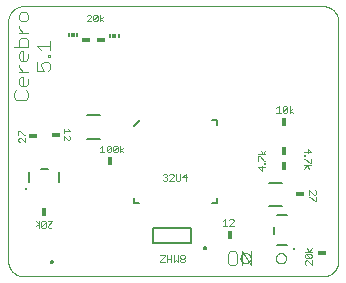
<source format=gto>
G75*
%MOIN*%
%OFA0B0*%
%FSLAX25Y25*%
%IPPOS*%
%LPD*%
%AMOC8*
5,1,8,0,0,1.08239X$1,22.5*
%
%ADD10C,0.00000*%
%ADD11C,0.00400*%
%ADD12R,0.03000X0.01800*%
%ADD13C,0.00200*%
%ADD14R,0.00591X0.01181*%
%ADD15R,0.01181X0.01181*%
%ADD16C,0.00800*%
%ADD17C,0.01000*%
%ADD18C,0.00591*%
%ADD19R,0.01800X0.03000*%
%ADD20C,0.00500*%
D10*
X0016800Y0011800D02*
X0116800Y0011800D01*
X0116940Y0011802D01*
X0117080Y0011808D01*
X0117220Y0011818D01*
X0117360Y0011831D01*
X0117499Y0011849D01*
X0117638Y0011871D01*
X0117775Y0011896D01*
X0117913Y0011925D01*
X0118049Y0011958D01*
X0118184Y0011995D01*
X0118318Y0012036D01*
X0118451Y0012081D01*
X0118583Y0012129D01*
X0118713Y0012181D01*
X0118842Y0012236D01*
X0118969Y0012295D01*
X0119095Y0012358D01*
X0119219Y0012424D01*
X0119340Y0012493D01*
X0119460Y0012566D01*
X0119578Y0012643D01*
X0119693Y0012722D01*
X0119807Y0012805D01*
X0119917Y0012891D01*
X0120026Y0012980D01*
X0120132Y0013072D01*
X0120235Y0013167D01*
X0120336Y0013264D01*
X0120433Y0013365D01*
X0120528Y0013468D01*
X0120620Y0013574D01*
X0120709Y0013683D01*
X0120795Y0013793D01*
X0120878Y0013907D01*
X0120957Y0014022D01*
X0121034Y0014140D01*
X0121107Y0014260D01*
X0121176Y0014381D01*
X0121242Y0014505D01*
X0121305Y0014631D01*
X0121364Y0014758D01*
X0121419Y0014887D01*
X0121471Y0015017D01*
X0121519Y0015149D01*
X0121564Y0015282D01*
X0121605Y0015416D01*
X0121642Y0015551D01*
X0121675Y0015687D01*
X0121704Y0015825D01*
X0121729Y0015962D01*
X0121751Y0016101D01*
X0121769Y0016240D01*
X0121782Y0016380D01*
X0121792Y0016520D01*
X0121798Y0016660D01*
X0121800Y0016800D01*
X0121800Y0096800D01*
X0121798Y0096940D01*
X0121792Y0097080D01*
X0121782Y0097220D01*
X0121769Y0097360D01*
X0121751Y0097499D01*
X0121729Y0097638D01*
X0121704Y0097775D01*
X0121675Y0097913D01*
X0121642Y0098049D01*
X0121605Y0098184D01*
X0121564Y0098318D01*
X0121519Y0098451D01*
X0121471Y0098583D01*
X0121419Y0098713D01*
X0121364Y0098842D01*
X0121305Y0098969D01*
X0121242Y0099095D01*
X0121176Y0099219D01*
X0121107Y0099340D01*
X0121034Y0099460D01*
X0120957Y0099578D01*
X0120878Y0099693D01*
X0120795Y0099807D01*
X0120709Y0099917D01*
X0120620Y0100026D01*
X0120528Y0100132D01*
X0120433Y0100235D01*
X0120336Y0100336D01*
X0120235Y0100433D01*
X0120132Y0100528D01*
X0120026Y0100620D01*
X0119917Y0100709D01*
X0119807Y0100795D01*
X0119693Y0100878D01*
X0119578Y0100957D01*
X0119460Y0101034D01*
X0119340Y0101107D01*
X0119219Y0101176D01*
X0119095Y0101242D01*
X0118969Y0101305D01*
X0118842Y0101364D01*
X0118713Y0101419D01*
X0118583Y0101471D01*
X0118451Y0101519D01*
X0118318Y0101564D01*
X0118184Y0101605D01*
X0118049Y0101642D01*
X0117913Y0101675D01*
X0117775Y0101704D01*
X0117638Y0101729D01*
X0117499Y0101751D01*
X0117360Y0101769D01*
X0117220Y0101782D01*
X0117080Y0101792D01*
X0116940Y0101798D01*
X0116800Y0101800D01*
X0016800Y0101800D01*
X0016660Y0101798D01*
X0016520Y0101792D01*
X0016380Y0101782D01*
X0016240Y0101769D01*
X0016101Y0101751D01*
X0015962Y0101729D01*
X0015825Y0101704D01*
X0015687Y0101675D01*
X0015551Y0101642D01*
X0015416Y0101605D01*
X0015282Y0101564D01*
X0015149Y0101519D01*
X0015017Y0101471D01*
X0014887Y0101419D01*
X0014758Y0101364D01*
X0014631Y0101305D01*
X0014505Y0101242D01*
X0014381Y0101176D01*
X0014260Y0101107D01*
X0014140Y0101034D01*
X0014022Y0100957D01*
X0013907Y0100878D01*
X0013793Y0100795D01*
X0013683Y0100709D01*
X0013574Y0100620D01*
X0013468Y0100528D01*
X0013365Y0100433D01*
X0013264Y0100336D01*
X0013167Y0100235D01*
X0013072Y0100132D01*
X0012980Y0100026D01*
X0012891Y0099917D01*
X0012805Y0099807D01*
X0012722Y0099693D01*
X0012643Y0099578D01*
X0012566Y0099460D01*
X0012493Y0099340D01*
X0012424Y0099219D01*
X0012358Y0099095D01*
X0012295Y0098969D01*
X0012236Y0098842D01*
X0012181Y0098713D01*
X0012129Y0098583D01*
X0012081Y0098451D01*
X0012036Y0098318D01*
X0011995Y0098184D01*
X0011958Y0098049D01*
X0011925Y0097913D01*
X0011896Y0097775D01*
X0011871Y0097638D01*
X0011849Y0097499D01*
X0011831Y0097360D01*
X0011818Y0097220D01*
X0011808Y0097080D01*
X0011802Y0096940D01*
X0011800Y0096800D01*
X0011800Y0016800D01*
X0011802Y0016660D01*
X0011808Y0016520D01*
X0011818Y0016380D01*
X0011831Y0016240D01*
X0011849Y0016101D01*
X0011871Y0015962D01*
X0011896Y0015825D01*
X0011925Y0015687D01*
X0011958Y0015551D01*
X0011995Y0015416D01*
X0012036Y0015282D01*
X0012081Y0015149D01*
X0012129Y0015017D01*
X0012181Y0014887D01*
X0012236Y0014758D01*
X0012295Y0014631D01*
X0012358Y0014505D01*
X0012424Y0014381D01*
X0012493Y0014260D01*
X0012566Y0014140D01*
X0012643Y0014022D01*
X0012722Y0013907D01*
X0012805Y0013793D01*
X0012891Y0013683D01*
X0012980Y0013574D01*
X0013072Y0013468D01*
X0013167Y0013365D01*
X0013264Y0013264D01*
X0013365Y0013167D01*
X0013468Y0013072D01*
X0013574Y0012980D01*
X0013683Y0012891D01*
X0013793Y0012805D01*
X0013907Y0012722D01*
X0014022Y0012643D01*
X0014140Y0012566D01*
X0014260Y0012493D01*
X0014381Y0012424D01*
X0014505Y0012358D01*
X0014631Y0012295D01*
X0014758Y0012236D01*
X0014887Y0012181D01*
X0015017Y0012129D01*
X0015149Y0012081D01*
X0015282Y0012036D01*
X0015416Y0011995D01*
X0015551Y0011958D01*
X0015687Y0011925D01*
X0015825Y0011896D01*
X0015962Y0011871D01*
X0016101Y0011849D01*
X0016240Y0011831D01*
X0016380Y0011818D01*
X0016520Y0011808D01*
X0016660Y0011802D01*
X0016800Y0011800D01*
X0089200Y0017800D02*
X0089202Y0017882D01*
X0089208Y0017964D01*
X0089218Y0018046D01*
X0089232Y0018127D01*
X0089249Y0018207D01*
X0089271Y0018286D01*
X0089296Y0018364D01*
X0089326Y0018441D01*
X0089358Y0018516D01*
X0089395Y0018590D01*
X0089435Y0018662D01*
X0089478Y0018732D01*
X0089525Y0018799D01*
X0089575Y0018865D01*
X0089628Y0018927D01*
X0089683Y0018987D01*
X0089742Y0019045D01*
X0089804Y0019099D01*
X0089868Y0019151D01*
X0089934Y0019199D01*
X0090003Y0019244D01*
X0090074Y0019286D01*
X0090147Y0019324D01*
X0090221Y0019359D01*
X0090297Y0019390D01*
X0090375Y0019417D01*
X0090453Y0019440D01*
X0090533Y0019460D01*
X0090614Y0019476D01*
X0090695Y0019488D01*
X0090777Y0019496D01*
X0090859Y0019500D01*
X0090941Y0019500D01*
X0091023Y0019496D01*
X0091105Y0019488D01*
X0091186Y0019476D01*
X0091267Y0019460D01*
X0091347Y0019440D01*
X0091425Y0019417D01*
X0091503Y0019390D01*
X0091579Y0019359D01*
X0091653Y0019324D01*
X0091726Y0019286D01*
X0091797Y0019244D01*
X0091866Y0019199D01*
X0091932Y0019151D01*
X0091996Y0019099D01*
X0092058Y0019045D01*
X0092117Y0018987D01*
X0092172Y0018927D01*
X0092225Y0018865D01*
X0092275Y0018799D01*
X0092322Y0018732D01*
X0092365Y0018662D01*
X0092405Y0018590D01*
X0092442Y0018516D01*
X0092474Y0018441D01*
X0092504Y0018364D01*
X0092529Y0018286D01*
X0092551Y0018207D01*
X0092568Y0018127D01*
X0092582Y0018046D01*
X0092592Y0017964D01*
X0092598Y0017882D01*
X0092600Y0017800D01*
X0092598Y0017718D01*
X0092592Y0017636D01*
X0092582Y0017554D01*
X0092568Y0017473D01*
X0092551Y0017393D01*
X0092529Y0017314D01*
X0092504Y0017236D01*
X0092474Y0017159D01*
X0092442Y0017084D01*
X0092405Y0017010D01*
X0092365Y0016938D01*
X0092322Y0016868D01*
X0092275Y0016801D01*
X0092225Y0016735D01*
X0092172Y0016673D01*
X0092117Y0016613D01*
X0092058Y0016555D01*
X0091996Y0016501D01*
X0091932Y0016449D01*
X0091866Y0016401D01*
X0091797Y0016356D01*
X0091726Y0016314D01*
X0091653Y0016276D01*
X0091579Y0016241D01*
X0091503Y0016210D01*
X0091425Y0016183D01*
X0091347Y0016160D01*
X0091267Y0016140D01*
X0091186Y0016124D01*
X0091105Y0016112D01*
X0091023Y0016104D01*
X0090941Y0016100D01*
X0090859Y0016100D01*
X0090777Y0016104D01*
X0090695Y0016112D01*
X0090614Y0016124D01*
X0090533Y0016140D01*
X0090453Y0016160D01*
X0090375Y0016183D01*
X0090297Y0016210D01*
X0090221Y0016241D01*
X0090147Y0016276D01*
X0090074Y0016314D01*
X0090003Y0016356D01*
X0089934Y0016401D01*
X0089868Y0016449D01*
X0089804Y0016501D01*
X0089742Y0016555D01*
X0089683Y0016613D01*
X0089628Y0016673D01*
X0089575Y0016735D01*
X0089525Y0016801D01*
X0089478Y0016868D01*
X0089435Y0016938D01*
X0089395Y0017010D01*
X0089358Y0017084D01*
X0089326Y0017159D01*
X0089296Y0017236D01*
X0089271Y0017314D01*
X0089249Y0017393D01*
X0089232Y0017473D01*
X0089218Y0017554D01*
X0089208Y0017636D01*
X0089202Y0017718D01*
X0089200Y0017800D01*
X0101000Y0017800D02*
X0101002Y0017882D01*
X0101008Y0017964D01*
X0101018Y0018046D01*
X0101032Y0018127D01*
X0101049Y0018207D01*
X0101071Y0018286D01*
X0101096Y0018364D01*
X0101126Y0018441D01*
X0101158Y0018516D01*
X0101195Y0018590D01*
X0101235Y0018662D01*
X0101278Y0018732D01*
X0101325Y0018799D01*
X0101375Y0018865D01*
X0101428Y0018927D01*
X0101483Y0018987D01*
X0101542Y0019045D01*
X0101604Y0019099D01*
X0101668Y0019151D01*
X0101734Y0019199D01*
X0101803Y0019244D01*
X0101874Y0019286D01*
X0101947Y0019324D01*
X0102021Y0019359D01*
X0102097Y0019390D01*
X0102175Y0019417D01*
X0102253Y0019440D01*
X0102333Y0019460D01*
X0102414Y0019476D01*
X0102495Y0019488D01*
X0102577Y0019496D01*
X0102659Y0019500D01*
X0102741Y0019500D01*
X0102823Y0019496D01*
X0102905Y0019488D01*
X0102986Y0019476D01*
X0103067Y0019460D01*
X0103147Y0019440D01*
X0103225Y0019417D01*
X0103303Y0019390D01*
X0103379Y0019359D01*
X0103453Y0019324D01*
X0103526Y0019286D01*
X0103597Y0019244D01*
X0103666Y0019199D01*
X0103732Y0019151D01*
X0103796Y0019099D01*
X0103858Y0019045D01*
X0103917Y0018987D01*
X0103972Y0018927D01*
X0104025Y0018865D01*
X0104075Y0018799D01*
X0104122Y0018732D01*
X0104165Y0018662D01*
X0104205Y0018590D01*
X0104242Y0018516D01*
X0104274Y0018441D01*
X0104304Y0018364D01*
X0104329Y0018286D01*
X0104351Y0018207D01*
X0104368Y0018127D01*
X0104382Y0018046D01*
X0104392Y0017964D01*
X0104398Y0017882D01*
X0104400Y0017800D01*
X0104398Y0017718D01*
X0104392Y0017636D01*
X0104382Y0017554D01*
X0104368Y0017473D01*
X0104351Y0017393D01*
X0104329Y0017314D01*
X0104304Y0017236D01*
X0104274Y0017159D01*
X0104242Y0017084D01*
X0104205Y0017010D01*
X0104165Y0016938D01*
X0104122Y0016868D01*
X0104075Y0016801D01*
X0104025Y0016735D01*
X0103972Y0016673D01*
X0103917Y0016613D01*
X0103858Y0016555D01*
X0103796Y0016501D01*
X0103732Y0016449D01*
X0103666Y0016401D01*
X0103597Y0016356D01*
X0103526Y0016314D01*
X0103453Y0016276D01*
X0103379Y0016241D01*
X0103303Y0016210D01*
X0103225Y0016183D01*
X0103147Y0016160D01*
X0103067Y0016140D01*
X0102986Y0016124D01*
X0102905Y0016112D01*
X0102823Y0016104D01*
X0102741Y0016100D01*
X0102659Y0016100D01*
X0102577Y0016104D01*
X0102495Y0016112D01*
X0102414Y0016124D01*
X0102333Y0016140D01*
X0102253Y0016160D01*
X0102175Y0016183D01*
X0102097Y0016210D01*
X0102021Y0016241D01*
X0101947Y0016276D01*
X0101874Y0016314D01*
X0101803Y0016356D01*
X0101734Y0016401D01*
X0101668Y0016449D01*
X0101604Y0016501D01*
X0101542Y0016555D01*
X0101483Y0016613D01*
X0101428Y0016673D01*
X0101375Y0016735D01*
X0101325Y0016801D01*
X0101278Y0016868D01*
X0101235Y0016938D01*
X0101195Y0017010D01*
X0101158Y0017084D01*
X0101126Y0017159D01*
X0101096Y0017236D01*
X0101071Y0017314D01*
X0101049Y0017393D01*
X0101032Y0017473D01*
X0101018Y0017554D01*
X0101008Y0017636D01*
X0101002Y0017718D01*
X0101000Y0017800D01*
D11*
X0092673Y0015500D02*
X0092673Y0020104D01*
X0089604Y0020104D02*
X0092673Y0015500D01*
X0089604Y0015500D02*
X0089604Y0020104D01*
X0088069Y0019337D02*
X0087302Y0020104D01*
X0085767Y0020104D01*
X0085000Y0019337D01*
X0085000Y0016267D01*
X0085767Y0015500D01*
X0087302Y0015500D01*
X0088069Y0016267D01*
X0088069Y0019337D01*
X0018350Y0071421D02*
X0018350Y0072956D01*
X0017583Y0073723D01*
X0017583Y0075257D02*
X0016048Y0075257D01*
X0015281Y0076025D01*
X0015281Y0077559D01*
X0016048Y0078327D01*
X0016815Y0078327D01*
X0016815Y0075257D01*
X0017583Y0075257D02*
X0018350Y0076025D01*
X0018350Y0077559D01*
X0018350Y0079861D02*
X0015281Y0079861D01*
X0016815Y0079861D02*
X0015281Y0081396D01*
X0015281Y0082163D01*
X0016048Y0083698D02*
X0015281Y0084465D01*
X0015281Y0086000D01*
X0016048Y0086767D01*
X0016815Y0086767D01*
X0016815Y0083698D01*
X0016048Y0083698D02*
X0017583Y0083698D01*
X0018350Y0084465D01*
X0018350Y0086000D01*
X0018350Y0088302D02*
X0018350Y0090604D01*
X0017583Y0091371D01*
X0016048Y0091371D01*
X0015281Y0090604D01*
X0015281Y0088302D01*
X0013746Y0088302D02*
X0018350Y0088302D01*
X0021246Y0088686D02*
X0025850Y0088686D01*
X0025850Y0090220D02*
X0025850Y0087151D01*
X0025850Y0085616D02*
X0025083Y0085616D01*
X0025083Y0084849D01*
X0025850Y0084849D01*
X0025850Y0085616D01*
X0025083Y0083314D02*
X0023548Y0083314D01*
X0022781Y0082547D01*
X0022781Y0081780D01*
X0023548Y0080245D01*
X0021246Y0080245D01*
X0021246Y0083314D01*
X0025083Y0083314D02*
X0025850Y0082547D01*
X0025850Y0081012D01*
X0025083Y0080245D01*
X0022781Y0087151D02*
X0021246Y0088686D01*
X0018350Y0092906D02*
X0015281Y0092906D01*
X0016815Y0092906D02*
X0015281Y0094440D01*
X0015281Y0095208D01*
X0016048Y0096742D02*
X0015281Y0097510D01*
X0015281Y0099044D01*
X0016048Y0099812D01*
X0017583Y0099812D01*
X0018350Y0099044D01*
X0018350Y0097510D01*
X0017583Y0096742D01*
X0016048Y0096742D01*
X0014513Y0073723D02*
X0013746Y0072956D01*
X0013746Y0071421D01*
X0014513Y0070654D01*
X0017583Y0070654D01*
X0018350Y0071421D01*
D12*
X0020150Y0058700D03*
X0027550Y0058900D03*
X0037850Y0090500D03*
X0042700Y0090500D03*
X0109050Y0039050D03*
X0116489Y0019489D03*
D13*
X0112889Y0020009D02*
X0110687Y0020009D01*
X0111054Y0019267D02*
X0110687Y0018900D01*
X0110687Y0018166D01*
X0111054Y0017799D01*
X0112522Y0017799D01*
X0111054Y0019267D01*
X0112522Y0019267D01*
X0112889Y0018900D01*
X0112889Y0018166D01*
X0112522Y0017799D01*
X0112889Y0017057D02*
X0112889Y0015589D01*
X0111421Y0017057D01*
X0111054Y0017057D01*
X0110687Y0016690D01*
X0110687Y0015956D01*
X0111054Y0015589D01*
X0112155Y0020009D02*
X0111421Y0021110D01*
X0112155Y0020009D02*
X0112889Y0021110D01*
X0113985Y0036772D02*
X0112517Y0038240D01*
X0112150Y0038240D01*
X0112150Y0038982D02*
X0112150Y0040450D01*
X0113618Y0038982D01*
X0113985Y0038982D01*
X0114352Y0039349D01*
X0114352Y0040083D01*
X0113985Y0040450D01*
X0114352Y0038240D02*
X0114352Y0036772D01*
X0113985Y0036772D01*
X0111968Y0047674D02*
X0111234Y0048775D01*
X0110500Y0047674D01*
X0110500Y0048775D02*
X0112702Y0048775D01*
X0112702Y0049517D02*
X0112335Y0049517D01*
X0110867Y0050985D01*
X0110500Y0050985D01*
X0110500Y0051723D02*
X0110500Y0052090D01*
X0110867Y0052090D01*
X0110867Y0051723D01*
X0110500Y0051723D01*
X0110500Y0053199D02*
X0112702Y0053199D01*
X0111601Y0054300D01*
X0111601Y0052832D01*
X0112702Y0050985D02*
X0112702Y0049517D01*
X0097400Y0049611D02*
X0097400Y0049244D01*
X0097033Y0049244D01*
X0097033Y0049611D01*
X0097400Y0049611D01*
X0097400Y0050349D02*
X0097033Y0050349D01*
X0095565Y0051816D01*
X0095198Y0051816D01*
X0095198Y0050349D01*
X0096299Y0048502D02*
X0096299Y0047034D01*
X0095198Y0048135D01*
X0097400Y0048135D01*
X0097400Y0052558D02*
X0095198Y0052558D01*
X0095932Y0053659D02*
X0096666Y0052558D01*
X0097400Y0053659D01*
X0101200Y0066300D02*
X0102668Y0066300D01*
X0101934Y0066300D02*
X0101934Y0068502D01*
X0101200Y0067768D01*
X0103410Y0068135D02*
X0103410Y0066667D01*
X0104878Y0068135D01*
X0104878Y0066667D01*
X0104511Y0066300D01*
X0103777Y0066300D01*
X0103410Y0066667D01*
X0103410Y0068135D02*
X0103777Y0068502D01*
X0104511Y0068502D01*
X0104878Y0068135D01*
X0105620Y0068502D02*
X0105620Y0066300D01*
X0105620Y0067034D02*
X0106721Y0066300D01*
X0105620Y0067034D02*
X0106721Y0067768D01*
X0070961Y0045852D02*
X0070961Y0043650D01*
X0071328Y0044751D02*
X0069860Y0044751D01*
X0070961Y0045852D01*
X0069118Y0045852D02*
X0069118Y0044017D01*
X0068751Y0043650D01*
X0068017Y0043650D01*
X0067650Y0044017D01*
X0067650Y0045852D01*
X0066908Y0045485D02*
X0066541Y0045852D01*
X0065807Y0045852D01*
X0065440Y0045485D01*
X0064698Y0045485D02*
X0064698Y0045118D01*
X0064331Y0044751D01*
X0064698Y0044384D01*
X0064698Y0044017D01*
X0064331Y0043650D01*
X0063597Y0043650D01*
X0063230Y0044017D01*
X0063964Y0044751D02*
X0064331Y0044751D01*
X0064698Y0045485D02*
X0064331Y0045852D01*
X0063597Y0045852D01*
X0063230Y0045485D01*
X0065440Y0043650D02*
X0066908Y0045118D01*
X0066908Y0045485D01*
X0066908Y0043650D02*
X0065440Y0043650D01*
X0050131Y0053150D02*
X0049030Y0053884D01*
X0050131Y0054618D01*
X0049030Y0055352D02*
X0049030Y0053150D01*
X0048288Y0053517D02*
X0047921Y0053150D01*
X0047187Y0053150D01*
X0046820Y0053517D01*
X0048288Y0054985D01*
X0048288Y0053517D01*
X0048288Y0054985D02*
X0047921Y0055352D01*
X0047187Y0055352D01*
X0046820Y0054985D01*
X0046820Y0053517D01*
X0046078Y0053517D02*
X0045711Y0053150D01*
X0044977Y0053150D01*
X0044610Y0053517D01*
X0046078Y0054985D01*
X0046078Y0053517D01*
X0046078Y0054985D02*
X0045711Y0055352D01*
X0044977Y0055352D01*
X0044610Y0054985D01*
X0044610Y0053517D01*
X0043868Y0053150D02*
X0042400Y0053150D01*
X0043134Y0053150D02*
X0043134Y0055352D01*
X0042400Y0054618D01*
X0032502Y0057599D02*
X0032502Y0058333D01*
X0032135Y0058700D01*
X0032502Y0057599D02*
X0032135Y0057232D01*
X0031768Y0057232D01*
X0030300Y0058700D01*
X0030300Y0057232D01*
X0030300Y0059442D02*
X0030300Y0060910D01*
X0030300Y0060176D02*
X0032502Y0060176D01*
X0031768Y0060910D01*
X0017400Y0058750D02*
X0017033Y0058750D01*
X0015565Y0060218D01*
X0015198Y0060218D01*
X0015198Y0058750D01*
X0015565Y0058008D02*
X0015198Y0057641D01*
X0015198Y0056907D01*
X0015565Y0056540D01*
X0015565Y0058008D02*
X0015932Y0058008D01*
X0017400Y0056540D01*
X0017400Y0058008D01*
X0020987Y0030093D02*
X0022088Y0029359D01*
X0020987Y0028625D01*
X0022088Y0027891D02*
X0022088Y0030093D01*
X0022830Y0029726D02*
X0023197Y0030093D01*
X0023930Y0030093D01*
X0024297Y0029726D01*
X0022830Y0028258D01*
X0022830Y0029726D01*
X0024297Y0029726D02*
X0024297Y0028258D01*
X0023930Y0027891D01*
X0023197Y0027891D01*
X0022830Y0028258D01*
X0025039Y0028258D02*
X0025039Y0028625D01*
X0026507Y0030093D01*
X0025039Y0030093D01*
X0025039Y0028258D02*
X0025406Y0027891D01*
X0026140Y0027891D01*
X0026507Y0028258D01*
X0062522Y0018800D02*
X0063990Y0018800D01*
X0063990Y0018433D01*
X0062522Y0016965D01*
X0062522Y0016598D01*
X0063990Y0016598D01*
X0064732Y0016598D02*
X0064732Y0018800D01*
X0064732Y0017699D02*
X0066200Y0017699D01*
X0066200Y0018800D02*
X0066200Y0016598D01*
X0066942Y0016598D02*
X0067676Y0017332D01*
X0068410Y0016598D01*
X0068410Y0018800D01*
X0069152Y0018433D02*
X0069519Y0018800D01*
X0070253Y0018800D01*
X0070620Y0018433D01*
X0070620Y0018066D01*
X0070253Y0017699D01*
X0069519Y0017699D01*
X0069152Y0018066D01*
X0069152Y0018433D01*
X0069519Y0017699D02*
X0069152Y0017332D01*
X0069152Y0016965D01*
X0069519Y0016598D01*
X0070253Y0016598D01*
X0070620Y0016965D01*
X0070620Y0017332D01*
X0070253Y0017699D01*
X0066942Y0016598D02*
X0066942Y0018800D01*
X0083230Y0028600D02*
X0084698Y0028600D01*
X0083964Y0028600D02*
X0083964Y0030802D01*
X0083230Y0030068D01*
X0085440Y0030435D02*
X0085807Y0030802D01*
X0086541Y0030802D01*
X0086908Y0030435D01*
X0086908Y0030068D01*
X0085440Y0028600D01*
X0086908Y0028600D01*
X0043421Y0096750D02*
X0042320Y0097484D01*
X0043421Y0098218D01*
X0042320Y0098952D02*
X0042320Y0096750D01*
X0041578Y0097117D02*
X0041211Y0096750D01*
X0040477Y0096750D01*
X0040110Y0097117D01*
X0041578Y0098585D01*
X0041578Y0097117D01*
X0041578Y0098585D02*
X0041211Y0098952D01*
X0040477Y0098952D01*
X0040110Y0098585D01*
X0040110Y0097117D01*
X0039368Y0096750D02*
X0037900Y0096750D01*
X0039368Y0098218D01*
X0039368Y0098585D01*
X0039001Y0098952D01*
X0038267Y0098952D01*
X0037900Y0098585D01*
D14*
X0034876Y0092091D03*
X0031924Y0092091D03*
X0045624Y0091991D03*
X0048576Y0091991D03*
D15*
X0047100Y0091991D03*
X0033400Y0092091D03*
D16*
X0037885Y0065387D02*
X0042215Y0065387D01*
X0042215Y0057513D02*
X0037885Y0057513D01*
X0028850Y0046491D02*
X0028850Y0043109D01*
X0024907Y0047591D02*
X0022793Y0047591D01*
X0018850Y0046491D02*
X0018850Y0043109D01*
X0053770Y0037845D02*
X0053770Y0036270D01*
X0055345Y0036270D01*
X0079755Y0036270D02*
X0081330Y0036270D01*
X0081330Y0037845D01*
X0098635Y0035113D02*
X0102965Y0035113D01*
X0101359Y0032050D02*
X0104741Y0032050D01*
X0100259Y0028107D02*
X0100259Y0025993D01*
X0101359Y0022050D02*
X0104741Y0022050D01*
X0102965Y0042987D02*
X0098635Y0042987D01*
X0081330Y0062255D02*
X0081330Y0063830D01*
X0079755Y0063830D01*
X0055739Y0063830D02*
X0053770Y0061861D01*
D17*
X0017550Y0040800D03*
X0107050Y0020750D03*
D18*
X0076978Y0021213D02*
X0076980Y0021251D01*
X0076986Y0021288D01*
X0076996Y0021325D01*
X0077009Y0021361D01*
X0077027Y0021394D01*
X0077047Y0021426D01*
X0077071Y0021456D01*
X0077098Y0021483D01*
X0077128Y0021507D01*
X0077159Y0021527D01*
X0077193Y0021545D01*
X0077229Y0021558D01*
X0077266Y0021568D01*
X0077303Y0021574D01*
X0077341Y0021576D01*
X0077379Y0021574D01*
X0077416Y0021568D01*
X0077453Y0021558D01*
X0077489Y0021545D01*
X0077522Y0021527D01*
X0077554Y0021507D01*
X0077584Y0021483D01*
X0077611Y0021456D01*
X0077635Y0021426D01*
X0077655Y0021395D01*
X0077673Y0021361D01*
X0077686Y0021325D01*
X0077696Y0021288D01*
X0077702Y0021251D01*
X0077704Y0021213D01*
X0077702Y0021175D01*
X0077696Y0021138D01*
X0077686Y0021101D01*
X0077673Y0021065D01*
X0077655Y0021032D01*
X0077635Y0021000D01*
X0077611Y0020970D01*
X0077584Y0020943D01*
X0077554Y0020919D01*
X0077523Y0020899D01*
X0077489Y0020881D01*
X0077453Y0020868D01*
X0077416Y0020858D01*
X0077379Y0020852D01*
X0077341Y0020850D01*
X0077303Y0020852D01*
X0077266Y0020858D01*
X0077229Y0020868D01*
X0077193Y0020881D01*
X0077160Y0020899D01*
X0077128Y0020919D01*
X0077098Y0020943D01*
X0077071Y0020970D01*
X0077047Y0021000D01*
X0077027Y0021031D01*
X0077009Y0021065D01*
X0076996Y0021101D01*
X0076986Y0021138D01*
X0076980Y0021175D01*
X0076978Y0021213D01*
X0025896Y0016637D02*
X0025898Y0016675D01*
X0025904Y0016712D01*
X0025914Y0016749D01*
X0025927Y0016785D01*
X0025945Y0016818D01*
X0025965Y0016850D01*
X0025989Y0016880D01*
X0026016Y0016907D01*
X0026046Y0016931D01*
X0026077Y0016951D01*
X0026111Y0016969D01*
X0026147Y0016982D01*
X0026184Y0016992D01*
X0026221Y0016998D01*
X0026259Y0017000D01*
X0026297Y0016998D01*
X0026334Y0016992D01*
X0026371Y0016982D01*
X0026407Y0016969D01*
X0026440Y0016951D01*
X0026472Y0016931D01*
X0026502Y0016907D01*
X0026529Y0016880D01*
X0026553Y0016850D01*
X0026573Y0016819D01*
X0026591Y0016785D01*
X0026604Y0016749D01*
X0026614Y0016712D01*
X0026620Y0016675D01*
X0026622Y0016637D01*
X0026620Y0016599D01*
X0026614Y0016562D01*
X0026604Y0016525D01*
X0026591Y0016489D01*
X0026573Y0016456D01*
X0026553Y0016424D01*
X0026529Y0016394D01*
X0026502Y0016367D01*
X0026472Y0016343D01*
X0026441Y0016323D01*
X0026407Y0016305D01*
X0026371Y0016292D01*
X0026334Y0016282D01*
X0026297Y0016276D01*
X0026259Y0016274D01*
X0026221Y0016276D01*
X0026184Y0016282D01*
X0026147Y0016292D01*
X0026111Y0016305D01*
X0026078Y0016323D01*
X0026046Y0016343D01*
X0026016Y0016367D01*
X0025989Y0016394D01*
X0025965Y0016424D01*
X0025945Y0016455D01*
X0025927Y0016489D01*
X0025914Y0016525D01*
X0025904Y0016562D01*
X0025898Y0016599D01*
X0025896Y0016637D01*
D19*
X0023850Y0033200D03*
X0045800Y0050050D03*
X0085550Y0025400D03*
X0103600Y0048700D03*
X0103600Y0053600D03*
X0103600Y0063200D03*
D20*
X0072599Y0027959D02*
X0072599Y0022841D01*
X0060001Y0022841D01*
X0060001Y0027959D01*
X0072599Y0027959D01*
M02*

</source>
